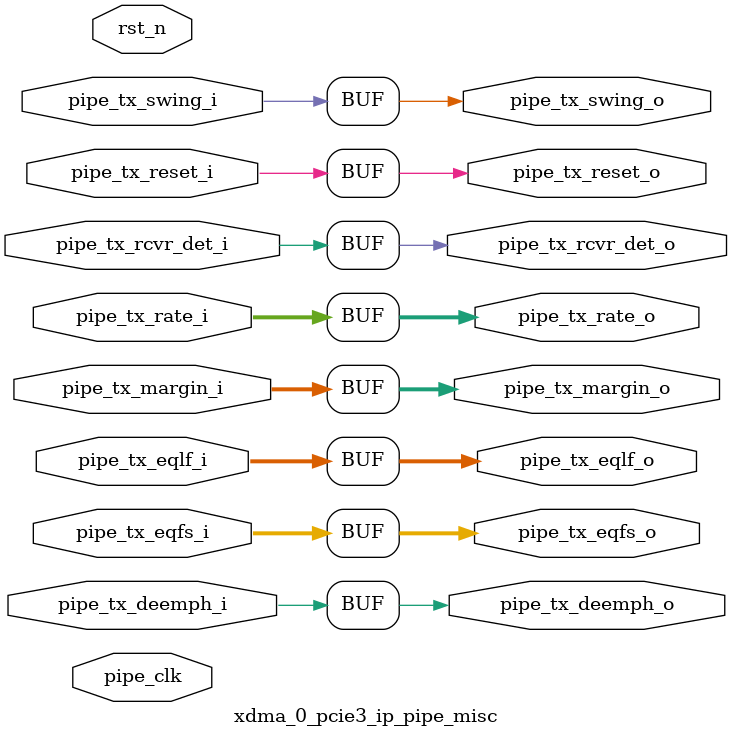
<source format=v>


`timescale 1ps/1ps

(* DowngradeIPIdentifiedWarnings = "yes" *)
module xdma_0_pcie3_ip_pipe_misc 
 #(
  parameter TCQ = 100,
  parameter PIPE_PIPELINE_STAGES = 0
  ) (
  input  wire         pipe_tx_rcvr_det_i,
  input  wire         pipe_tx_reset_i,
  input  wire   [1:0] pipe_tx_rate_i,
  input  wire         pipe_tx_deemph_i,
  input  wire   [2:0] pipe_tx_margin_i,
  input  wire         pipe_tx_swing_i,
  input  wire   [5:0] pipe_tx_eqfs_i,
  input  wire   [5:0] pipe_tx_eqlf_i,
  output wire         pipe_tx_rcvr_det_o,
  output wire         pipe_tx_reset_o,
  output wire   [1:0] pipe_tx_rate_o,
  output wire         pipe_tx_deemph_o,
  output wire   [2:0] pipe_tx_margin_o,
  output wire         pipe_tx_swing_o,
  output wire   [5:0] pipe_tx_eqfs_o,
  output wire   [5:0] pipe_tx_eqlf_o,
  input  wire         pipe_clk,
  input  wire         rst_n
  );

  reg                 pipe_tx_rcvr_det_q;
  reg                 pipe_tx_reset_q;
  reg           [1:0] pipe_tx_rate_q;
  reg                 pipe_tx_deemph_q;
  reg           [2:0] pipe_tx_margin_q;
  reg                 pipe_tx_swing_q;
  reg           [5:0] pipe_tx_eqfs_q;
  reg           [5:0] pipe_tx_eqlf_q;
  reg                 pipe_tx_rcvr_det_qq;
  reg                 pipe_tx_reset_qq;
  reg           [1:0] pipe_tx_rate_qq;
  reg                 pipe_tx_deemph_qq;
  reg           [2:0] pipe_tx_margin_qq;
  reg                 pipe_tx_swing_qq;
  reg           [5:0] pipe_tx_eqfs_qq;
  reg           [5:0] pipe_tx_eqlf_qq;

  generate
    if (PIPE_PIPELINE_STAGES == 0)
    begin : pipe_stages_0
      assign pipe_tx_rcvr_det_o = pipe_tx_rcvr_det_i;
      assign pipe_tx_reset_o = pipe_tx_reset_i;
      assign pipe_tx_rate_o = pipe_tx_rate_i;
      assign pipe_tx_deemph_o = pipe_tx_deemph_i;
      assign pipe_tx_margin_o = pipe_tx_margin_i;
      assign pipe_tx_swing_o = pipe_tx_swing_i;
      assign pipe_tx_eqfs_o = pipe_tx_eqfs_i;
      assign pipe_tx_eqlf_o = pipe_tx_eqlf_i;
    end
    else if (PIPE_PIPELINE_STAGES == 1)
    begin : pipe_stages_1
      always @(posedge pipe_clk)
      begin
        if (!rst_n)
        begin
          pipe_tx_rcvr_det_q <= #TCQ 1'b0;
          pipe_tx_reset_q <= #TCQ 1'b1;
          pipe_tx_rate_q <= #TCQ 2'b0;
          pipe_tx_deemph_q <= #TCQ 1'b1;
          pipe_tx_margin_q <= #TCQ 3'b0;
          pipe_tx_swing_q <= #TCQ 1'b0;
          pipe_tx_eqfs_q <= #TCQ 5'b0;
          pipe_tx_eqlf_q <= #TCQ 5'b0;
        end
        else
        begin
          pipe_tx_rcvr_det_q <= #TCQ pipe_tx_rcvr_det_i;
          pipe_tx_reset_q <= #TCQ pipe_tx_reset_i;
          pipe_tx_rate_q <= #TCQ pipe_tx_rate_i;
          pipe_tx_deemph_q <= #TCQ pipe_tx_deemph_i;
          pipe_tx_margin_q <= #TCQ pipe_tx_margin_i;
          pipe_tx_swing_q <= #TCQ pipe_tx_swing_i;
          pipe_tx_eqfs_q <= #TCQ pipe_tx_eqfs_i;
          pipe_tx_eqlf_q <= #TCQ pipe_tx_eqlf_i;
        end
      end
      assign pipe_tx_rcvr_det_o = pipe_tx_rcvr_det_q;
      assign pipe_tx_reset_o = pipe_tx_reset_q;
      assign pipe_tx_rate_o = pipe_tx_rate_q;
      assign pipe_tx_deemph_o = pipe_tx_deemph_q;
      assign pipe_tx_margin_o = pipe_tx_margin_q;
      assign pipe_tx_swing_o = pipe_tx_swing_q;
      assign pipe_tx_eqfs_o = pipe_tx_eqfs_q;
      assign pipe_tx_eqlf_o = pipe_tx_eqlf_q;
    end
    else if (PIPE_PIPELINE_STAGES == 2)
    begin : pipe_stages_2
      always @(posedge pipe_clk)
      begin
        if (!rst_n)
        begin
          pipe_tx_rcvr_det_q <= #TCQ 1'b0;
          pipe_tx_reset_q <= #TCQ 1'b1;
          pipe_tx_rate_q <= #TCQ 2'b0;
          pipe_tx_deemph_q <= #TCQ 1'b1;
          pipe_tx_margin_q <= #TCQ 1'b0;
          pipe_tx_swing_q <= #TCQ 1'b0;
          pipe_tx_eqfs_q <= #TCQ 5'b0;
          pipe_tx_eqlf_q <= #TCQ 5'b0;
          pipe_tx_rcvr_det_qq <= #TCQ 1'b0;
          pipe_tx_reset_qq <= #TCQ 1'b1;
          pipe_tx_rate_qq <= #TCQ 2'b0;
          pipe_tx_deemph_qq <= #TCQ 1'b1;
          pipe_tx_margin_qq <= #TCQ 1'b0;
          pipe_tx_swing_qq <= #TCQ 1'b0;
          pipe_tx_eqfs_qq <= #TCQ 5'b0;
          pipe_tx_eqlf_qq <= #TCQ 5'b0;
        end
        else
        begin
          pipe_tx_rcvr_det_q <= #TCQ pipe_tx_rcvr_det_i;
          pipe_tx_reset_q <= #TCQ pipe_tx_reset_i;
          pipe_tx_rate_q <= #TCQ pipe_tx_rate_i;
          pipe_tx_deemph_q <= #TCQ pipe_tx_deemph_i;
          pipe_tx_margin_q <= #TCQ pipe_tx_margin_i;
          pipe_tx_swing_q <= #TCQ pipe_tx_swing_i;
          pipe_tx_eqfs_q <= #TCQ pipe_tx_eqfs_i;
          pipe_tx_eqlf_q <= #TCQ pipe_tx_eqlf_i;
          pipe_tx_rcvr_det_qq <= #TCQ pipe_tx_rcvr_det_q;
          pipe_tx_reset_qq <= #TCQ pipe_tx_reset_q;
          pipe_tx_rate_qq <= #TCQ pipe_tx_rate_q;
          pipe_tx_deemph_qq <= #TCQ pipe_tx_deemph_q;
          pipe_tx_margin_qq <= #TCQ pipe_tx_margin_q;
          pipe_tx_swing_qq <= #TCQ pipe_tx_swing_q;
          pipe_tx_eqfs_qq <= #TCQ pipe_tx_eqfs_q;
          pipe_tx_eqlf_qq <= #TCQ pipe_tx_eqlf_q;
        end
      end
      assign pipe_tx_rcvr_det_o = pipe_tx_rcvr_det_qq;
      assign pipe_tx_reset_o = pipe_tx_reset_qq;
      assign pipe_tx_rate_o = pipe_tx_rate_qq;
      assign pipe_tx_deemph_o = pipe_tx_deemph_qq;
      assign pipe_tx_margin_o = pipe_tx_margin_qq;
      assign pipe_tx_swing_o = pipe_tx_swing_qq;
      assign pipe_tx_eqfs_o = pipe_tx_eqfs_qq;
      assign pipe_tx_eqlf_o = pipe_tx_eqlf_qq;
    end
    else
    begin
      assign pipe_tx_rcvr_det_o = pipe_tx_rcvr_det_i;
      assign pipe_tx_reset_o = pipe_tx_reset_i;
      assign pipe_tx_rate_o = pipe_tx_rate_i;
      assign pipe_tx_deemph_o = pipe_tx_deemph_i;
      assign pipe_tx_margin_o = pipe_tx_margin_i;
      assign pipe_tx_swing_o = pipe_tx_swing_i;
      assign pipe_tx_eqfs_o = pipe_tx_eqfs_i;
      assign pipe_tx_eqlf_o = pipe_tx_eqlf_i;
    end
  endgenerate

endmodule

</source>
